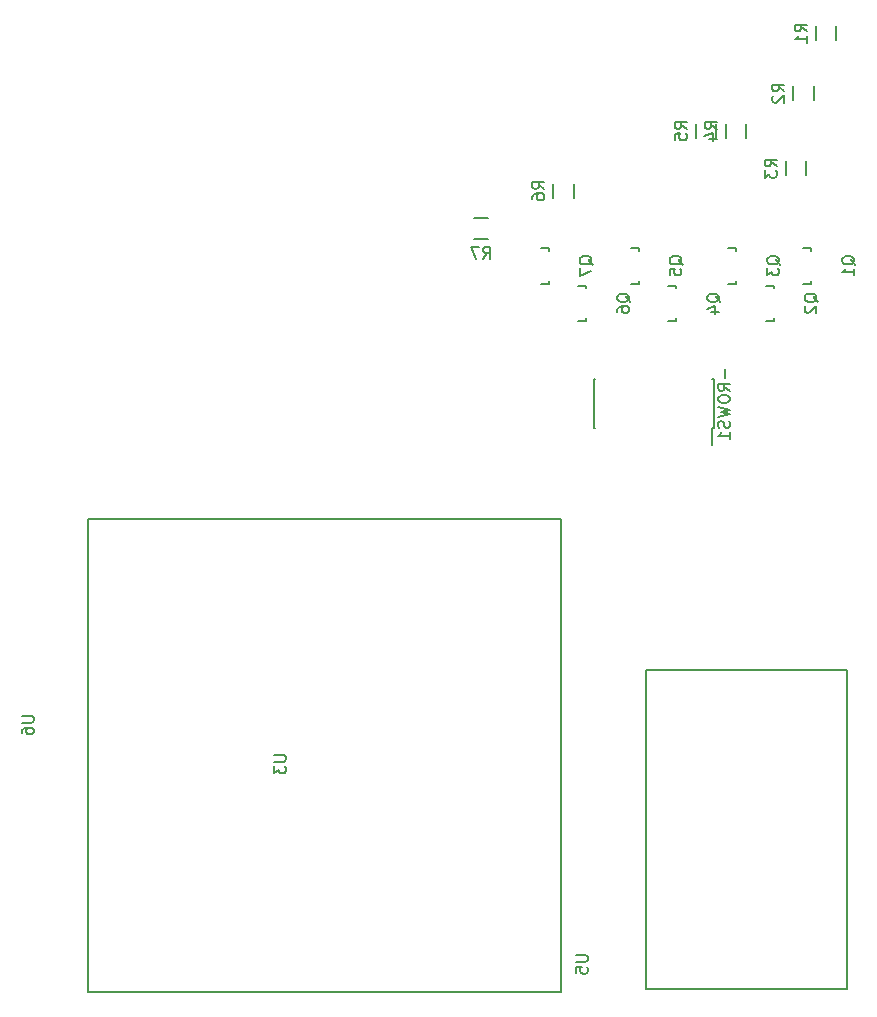
<source format=gbr>
G04 #@! TF.FileFunction,Legend,Bot*
%FSLAX46Y46*%
G04 Gerber Fmt 4.6, Leading zero omitted, Abs format (unit mm)*
G04 Created by KiCad (PCBNEW 4.0.2+dfsg1-stable) date Ne 28. apríl 2019, 22:46:11 CEST*
%MOMM*%
G01*
G04 APERTURE LIST*
%ADD10C,0.100000*%
%ADD11C,0.150000*%
G04 APERTURE END LIST*
D10*
D11*
X186295000Y-58385000D02*
X186295000Y-57185000D01*
X184545000Y-57185000D02*
X184545000Y-58385000D01*
X184390000Y-63465000D02*
X184390000Y-62265000D01*
X182640000Y-62265000D02*
X182640000Y-63465000D01*
X183755000Y-69815000D02*
X183755000Y-68615000D01*
X182005000Y-68615000D02*
X182005000Y-69815000D01*
X178675000Y-66640000D02*
X178675000Y-65440000D01*
X176925000Y-65440000D02*
X176925000Y-66640000D01*
X176135000Y-66640000D02*
X176135000Y-65440000D01*
X174385000Y-65440000D02*
X174385000Y-66640000D01*
X164070000Y-71720000D02*
X164070000Y-70520000D01*
X162320000Y-70520000D02*
X162320000Y-71720000D01*
X156810000Y-73420000D02*
X155610000Y-73420000D01*
X155610000Y-75170000D02*
X156810000Y-75170000D01*
X175890000Y-91229000D02*
X175785000Y-91229000D01*
X175890000Y-87079000D02*
X175785000Y-87079000D01*
X165740000Y-87079000D02*
X165845000Y-87079000D01*
X165740000Y-91229000D02*
X165845000Y-91229000D01*
X175890000Y-91229000D02*
X175890000Y-87079000D01*
X165740000Y-91229000D02*
X165740000Y-87079000D01*
X175785000Y-91229000D02*
X175785000Y-92604000D01*
X122936000Y-98938000D02*
X162936000Y-98938000D01*
X162936000Y-98938000D02*
X162936000Y-138838000D01*
X162936000Y-138838000D02*
X162936000Y-138938000D01*
X162936000Y-138938000D02*
X122936000Y-138938000D01*
X122936000Y-138938000D02*
X122936000Y-98938000D01*
X168859200Y-78969820D02*
X169560240Y-78969820D01*
X169560240Y-78969820D02*
X169560240Y-78720900D01*
X169560240Y-76170840D02*
X169560240Y-75970180D01*
X169560240Y-75970180D02*
X168859200Y-75970180D01*
X164414200Y-82144820D02*
X165115240Y-82144820D01*
X165115240Y-82144820D02*
X165115240Y-81895900D01*
X165115240Y-79345840D02*
X165115240Y-79145180D01*
X165115240Y-79145180D02*
X164414200Y-79145180D01*
X161239200Y-78969820D02*
X161940240Y-78969820D01*
X161940240Y-78969820D02*
X161940240Y-78720900D01*
X161940240Y-76170840D02*
X161940240Y-75970180D01*
X161940240Y-75970180D02*
X161239200Y-75970180D01*
X183464200Y-78969820D02*
X184165240Y-78969820D01*
X184165240Y-78969820D02*
X184165240Y-78720900D01*
X184165240Y-76170840D02*
X184165240Y-75970180D01*
X184165240Y-75970180D02*
X183464200Y-75970180D01*
X180289200Y-82144820D02*
X180990240Y-82144820D01*
X180990240Y-82144820D02*
X180990240Y-81895900D01*
X180990240Y-79345840D02*
X180990240Y-79145180D01*
X180990240Y-79145180D02*
X180289200Y-79145180D01*
X177114200Y-78969820D02*
X177815240Y-78969820D01*
X177815240Y-78969820D02*
X177815240Y-78720900D01*
X177815240Y-76170840D02*
X177815240Y-75970180D01*
X177815240Y-75970180D02*
X177114200Y-75970180D01*
X172034200Y-82144820D02*
X172735240Y-82144820D01*
X172735240Y-82144820D02*
X172735240Y-81895900D01*
X172735240Y-79345840D02*
X172735240Y-79145180D01*
X172735240Y-79145180D02*
X172034200Y-79145180D01*
X170180000Y-138684000D02*
X170180000Y-111684000D01*
X170180000Y-111684000D02*
X183180000Y-111684000D01*
X183180000Y-111684000D02*
X187180000Y-111684000D01*
X187180000Y-111684000D02*
X187180000Y-138684000D01*
X187180000Y-138684000D02*
X170180000Y-138684000D01*
X183772381Y-57618334D02*
X183296190Y-57285000D01*
X183772381Y-57046905D02*
X182772381Y-57046905D01*
X182772381Y-57427858D01*
X182820000Y-57523096D01*
X182867619Y-57570715D01*
X182962857Y-57618334D01*
X183105714Y-57618334D01*
X183200952Y-57570715D01*
X183248571Y-57523096D01*
X183296190Y-57427858D01*
X183296190Y-57046905D01*
X183772381Y-58570715D02*
X183772381Y-57999286D01*
X183772381Y-58285000D02*
X182772381Y-58285000D01*
X182915238Y-58189762D01*
X183010476Y-58094524D01*
X183058095Y-57999286D01*
X181867381Y-62698334D02*
X181391190Y-62365000D01*
X181867381Y-62126905D02*
X180867381Y-62126905D01*
X180867381Y-62507858D01*
X180915000Y-62603096D01*
X180962619Y-62650715D01*
X181057857Y-62698334D01*
X181200714Y-62698334D01*
X181295952Y-62650715D01*
X181343571Y-62603096D01*
X181391190Y-62507858D01*
X181391190Y-62126905D01*
X180962619Y-63079286D02*
X180915000Y-63126905D01*
X180867381Y-63222143D01*
X180867381Y-63460239D01*
X180915000Y-63555477D01*
X180962619Y-63603096D01*
X181057857Y-63650715D01*
X181153095Y-63650715D01*
X181295952Y-63603096D01*
X181867381Y-63031667D01*
X181867381Y-63650715D01*
X181232381Y-69048334D02*
X180756190Y-68715000D01*
X181232381Y-68476905D02*
X180232381Y-68476905D01*
X180232381Y-68857858D01*
X180280000Y-68953096D01*
X180327619Y-69000715D01*
X180422857Y-69048334D01*
X180565714Y-69048334D01*
X180660952Y-69000715D01*
X180708571Y-68953096D01*
X180756190Y-68857858D01*
X180756190Y-68476905D01*
X180232381Y-69381667D02*
X180232381Y-70000715D01*
X180613333Y-69667381D01*
X180613333Y-69810239D01*
X180660952Y-69905477D01*
X180708571Y-69953096D01*
X180803810Y-70000715D01*
X181041905Y-70000715D01*
X181137143Y-69953096D01*
X181184762Y-69905477D01*
X181232381Y-69810239D01*
X181232381Y-69524524D01*
X181184762Y-69429286D01*
X181137143Y-69381667D01*
X176152381Y-65873334D02*
X175676190Y-65540000D01*
X176152381Y-65301905D02*
X175152381Y-65301905D01*
X175152381Y-65682858D01*
X175200000Y-65778096D01*
X175247619Y-65825715D01*
X175342857Y-65873334D01*
X175485714Y-65873334D01*
X175580952Y-65825715D01*
X175628571Y-65778096D01*
X175676190Y-65682858D01*
X175676190Y-65301905D01*
X175485714Y-66730477D02*
X176152381Y-66730477D01*
X175104762Y-66492381D02*
X175819048Y-66254286D01*
X175819048Y-66873334D01*
X173612381Y-65873334D02*
X173136190Y-65540000D01*
X173612381Y-65301905D02*
X172612381Y-65301905D01*
X172612381Y-65682858D01*
X172660000Y-65778096D01*
X172707619Y-65825715D01*
X172802857Y-65873334D01*
X172945714Y-65873334D01*
X173040952Y-65825715D01*
X173088571Y-65778096D01*
X173136190Y-65682858D01*
X173136190Y-65301905D01*
X172612381Y-66778096D02*
X172612381Y-66301905D01*
X173088571Y-66254286D01*
X173040952Y-66301905D01*
X172993333Y-66397143D01*
X172993333Y-66635239D01*
X173040952Y-66730477D01*
X173088571Y-66778096D01*
X173183810Y-66825715D01*
X173421905Y-66825715D01*
X173517143Y-66778096D01*
X173564762Y-66730477D01*
X173612381Y-66635239D01*
X173612381Y-66397143D01*
X173564762Y-66301905D01*
X173517143Y-66254286D01*
X161547381Y-70953334D02*
X161071190Y-70620000D01*
X161547381Y-70381905D02*
X160547381Y-70381905D01*
X160547381Y-70762858D01*
X160595000Y-70858096D01*
X160642619Y-70905715D01*
X160737857Y-70953334D01*
X160880714Y-70953334D01*
X160975952Y-70905715D01*
X161023571Y-70858096D01*
X161071190Y-70762858D01*
X161071190Y-70381905D01*
X160547381Y-71810477D02*
X160547381Y-71620000D01*
X160595000Y-71524762D01*
X160642619Y-71477143D01*
X160785476Y-71381905D01*
X160975952Y-71334286D01*
X161356905Y-71334286D01*
X161452143Y-71381905D01*
X161499762Y-71429524D01*
X161547381Y-71524762D01*
X161547381Y-71715239D01*
X161499762Y-71810477D01*
X161452143Y-71858096D01*
X161356905Y-71905715D01*
X161118810Y-71905715D01*
X161023571Y-71858096D01*
X160975952Y-71810477D01*
X160928333Y-71715239D01*
X160928333Y-71524762D01*
X160975952Y-71429524D01*
X161023571Y-71381905D01*
X161118810Y-71334286D01*
X156376666Y-76847381D02*
X156710000Y-76371190D01*
X156948095Y-76847381D02*
X156948095Y-75847381D01*
X156567142Y-75847381D01*
X156471904Y-75895000D01*
X156424285Y-75942619D01*
X156376666Y-76037857D01*
X156376666Y-76180714D01*
X156424285Y-76275952D01*
X156471904Y-76323571D01*
X156567142Y-76371190D01*
X156948095Y-76371190D01*
X156043333Y-75847381D02*
X155376666Y-75847381D01*
X155805238Y-76847381D01*
X176886429Y-86225429D02*
X176886429Y-86987334D01*
X177267381Y-88034953D02*
X176791190Y-87701619D01*
X177267381Y-87463524D02*
X176267381Y-87463524D01*
X176267381Y-87844477D01*
X176315000Y-87939715D01*
X176362619Y-87987334D01*
X176457857Y-88034953D01*
X176600714Y-88034953D01*
X176695952Y-87987334D01*
X176743571Y-87939715D01*
X176791190Y-87844477D01*
X176791190Y-87463524D01*
X176267381Y-88654000D02*
X176267381Y-88844477D01*
X176315000Y-88939715D01*
X176410238Y-89034953D01*
X176600714Y-89082572D01*
X176934048Y-89082572D01*
X177124524Y-89034953D01*
X177219762Y-88939715D01*
X177267381Y-88844477D01*
X177267381Y-88654000D01*
X177219762Y-88558762D01*
X177124524Y-88463524D01*
X176934048Y-88415905D01*
X176600714Y-88415905D01*
X176410238Y-88463524D01*
X176315000Y-88558762D01*
X176267381Y-88654000D01*
X176267381Y-89415905D02*
X177267381Y-89654000D01*
X176553095Y-89844477D01*
X177267381Y-90034953D01*
X176267381Y-90273048D01*
X177219762Y-90606381D02*
X177267381Y-90749238D01*
X177267381Y-90987334D01*
X177219762Y-91082572D01*
X177172143Y-91130191D01*
X177076905Y-91177810D01*
X176981667Y-91177810D01*
X176886429Y-91130191D01*
X176838810Y-91082572D01*
X176791190Y-90987334D01*
X176743571Y-90796857D01*
X176695952Y-90701619D01*
X176648333Y-90654000D01*
X176553095Y-90606381D01*
X176457857Y-90606381D01*
X176362619Y-90654000D01*
X176315000Y-90701619D01*
X176267381Y-90796857D01*
X176267381Y-91034953D01*
X176315000Y-91177810D01*
X177267381Y-92130191D02*
X177267381Y-91558762D01*
X177267381Y-91844476D02*
X176267381Y-91844476D01*
X176410238Y-91749238D01*
X176505476Y-91654000D01*
X176553095Y-91558762D01*
X138688381Y-118876095D02*
X139497905Y-118876095D01*
X139593143Y-118923714D01*
X139640762Y-118971333D01*
X139688381Y-119066571D01*
X139688381Y-119257048D01*
X139640762Y-119352286D01*
X139593143Y-119399905D01*
X139497905Y-119447524D01*
X138688381Y-119447524D01*
X138688381Y-119828476D02*
X138688381Y-120447524D01*
X139069333Y-120114190D01*
X139069333Y-120257048D01*
X139116952Y-120352286D01*
X139164571Y-120399905D01*
X139259810Y-120447524D01*
X139497905Y-120447524D01*
X139593143Y-120399905D01*
X139640762Y-120352286D01*
X139688381Y-120257048D01*
X139688381Y-119971333D01*
X139640762Y-119876095D01*
X139593143Y-119828476D01*
X117316381Y-115570095D02*
X118125905Y-115570095D01*
X118221143Y-115617714D01*
X118268762Y-115665333D01*
X118316381Y-115760571D01*
X118316381Y-115951048D01*
X118268762Y-116046286D01*
X118221143Y-116093905D01*
X118125905Y-116141524D01*
X117316381Y-116141524D01*
X117316381Y-117046286D02*
X117316381Y-116855809D01*
X117364000Y-116760571D01*
X117411619Y-116712952D01*
X117554476Y-116617714D01*
X117744952Y-116570095D01*
X118125905Y-116570095D01*
X118221143Y-116617714D01*
X118268762Y-116665333D01*
X118316381Y-116760571D01*
X118316381Y-116951048D01*
X118268762Y-117046286D01*
X118221143Y-117093905D01*
X118125905Y-117141524D01*
X117887810Y-117141524D01*
X117792571Y-117093905D01*
X117744952Y-117046286D01*
X117697333Y-116951048D01*
X117697333Y-116760571D01*
X117744952Y-116665333D01*
X117792571Y-116617714D01*
X117887810Y-116570095D01*
X173267619Y-77374762D02*
X173220000Y-77279524D01*
X173124762Y-77184286D01*
X172981905Y-77041429D01*
X172934286Y-76946190D01*
X172934286Y-76850952D01*
X173172381Y-76898571D02*
X173124762Y-76803333D01*
X173029524Y-76708095D01*
X172839048Y-76660476D01*
X172505714Y-76660476D01*
X172315238Y-76708095D01*
X172220000Y-76803333D01*
X172172381Y-76898571D01*
X172172381Y-77089048D01*
X172220000Y-77184286D01*
X172315238Y-77279524D01*
X172505714Y-77327143D01*
X172839048Y-77327143D01*
X173029524Y-77279524D01*
X173124762Y-77184286D01*
X173172381Y-77089048D01*
X173172381Y-76898571D01*
X172172381Y-78231905D02*
X172172381Y-77755714D01*
X172648571Y-77708095D01*
X172600952Y-77755714D01*
X172553333Y-77850952D01*
X172553333Y-78089048D01*
X172600952Y-78184286D01*
X172648571Y-78231905D01*
X172743810Y-78279524D01*
X172981905Y-78279524D01*
X173077143Y-78231905D01*
X173124762Y-78184286D01*
X173172381Y-78089048D01*
X173172381Y-77850952D01*
X173124762Y-77755714D01*
X173077143Y-77708095D01*
X168822619Y-80549762D02*
X168775000Y-80454524D01*
X168679762Y-80359286D01*
X168536905Y-80216429D01*
X168489286Y-80121190D01*
X168489286Y-80025952D01*
X168727381Y-80073571D02*
X168679762Y-79978333D01*
X168584524Y-79883095D01*
X168394048Y-79835476D01*
X168060714Y-79835476D01*
X167870238Y-79883095D01*
X167775000Y-79978333D01*
X167727381Y-80073571D01*
X167727381Y-80264048D01*
X167775000Y-80359286D01*
X167870238Y-80454524D01*
X168060714Y-80502143D01*
X168394048Y-80502143D01*
X168584524Y-80454524D01*
X168679762Y-80359286D01*
X168727381Y-80264048D01*
X168727381Y-80073571D01*
X167727381Y-81359286D02*
X167727381Y-81168809D01*
X167775000Y-81073571D01*
X167822619Y-81025952D01*
X167965476Y-80930714D01*
X168155952Y-80883095D01*
X168536905Y-80883095D01*
X168632143Y-80930714D01*
X168679762Y-80978333D01*
X168727381Y-81073571D01*
X168727381Y-81264048D01*
X168679762Y-81359286D01*
X168632143Y-81406905D01*
X168536905Y-81454524D01*
X168298810Y-81454524D01*
X168203571Y-81406905D01*
X168155952Y-81359286D01*
X168108333Y-81264048D01*
X168108333Y-81073571D01*
X168155952Y-80978333D01*
X168203571Y-80930714D01*
X168298810Y-80883095D01*
X165647619Y-77374762D02*
X165600000Y-77279524D01*
X165504762Y-77184286D01*
X165361905Y-77041429D01*
X165314286Y-76946190D01*
X165314286Y-76850952D01*
X165552381Y-76898571D02*
X165504762Y-76803333D01*
X165409524Y-76708095D01*
X165219048Y-76660476D01*
X164885714Y-76660476D01*
X164695238Y-76708095D01*
X164600000Y-76803333D01*
X164552381Y-76898571D01*
X164552381Y-77089048D01*
X164600000Y-77184286D01*
X164695238Y-77279524D01*
X164885714Y-77327143D01*
X165219048Y-77327143D01*
X165409524Y-77279524D01*
X165504762Y-77184286D01*
X165552381Y-77089048D01*
X165552381Y-76898571D01*
X164552381Y-77660476D02*
X164552381Y-78327143D01*
X165552381Y-77898571D01*
X187872619Y-77374762D02*
X187825000Y-77279524D01*
X187729762Y-77184286D01*
X187586905Y-77041429D01*
X187539286Y-76946190D01*
X187539286Y-76850952D01*
X187777381Y-76898571D02*
X187729762Y-76803333D01*
X187634524Y-76708095D01*
X187444048Y-76660476D01*
X187110714Y-76660476D01*
X186920238Y-76708095D01*
X186825000Y-76803333D01*
X186777381Y-76898571D01*
X186777381Y-77089048D01*
X186825000Y-77184286D01*
X186920238Y-77279524D01*
X187110714Y-77327143D01*
X187444048Y-77327143D01*
X187634524Y-77279524D01*
X187729762Y-77184286D01*
X187777381Y-77089048D01*
X187777381Y-76898571D01*
X187777381Y-78279524D02*
X187777381Y-77708095D01*
X187777381Y-77993809D02*
X186777381Y-77993809D01*
X186920238Y-77898571D01*
X187015476Y-77803333D01*
X187063095Y-77708095D01*
X184697619Y-80549762D02*
X184650000Y-80454524D01*
X184554762Y-80359286D01*
X184411905Y-80216429D01*
X184364286Y-80121190D01*
X184364286Y-80025952D01*
X184602381Y-80073571D02*
X184554762Y-79978333D01*
X184459524Y-79883095D01*
X184269048Y-79835476D01*
X183935714Y-79835476D01*
X183745238Y-79883095D01*
X183650000Y-79978333D01*
X183602381Y-80073571D01*
X183602381Y-80264048D01*
X183650000Y-80359286D01*
X183745238Y-80454524D01*
X183935714Y-80502143D01*
X184269048Y-80502143D01*
X184459524Y-80454524D01*
X184554762Y-80359286D01*
X184602381Y-80264048D01*
X184602381Y-80073571D01*
X183697619Y-80883095D02*
X183650000Y-80930714D01*
X183602381Y-81025952D01*
X183602381Y-81264048D01*
X183650000Y-81359286D01*
X183697619Y-81406905D01*
X183792857Y-81454524D01*
X183888095Y-81454524D01*
X184030952Y-81406905D01*
X184602381Y-80835476D01*
X184602381Y-81454524D01*
X181522619Y-77374762D02*
X181475000Y-77279524D01*
X181379762Y-77184286D01*
X181236905Y-77041429D01*
X181189286Y-76946190D01*
X181189286Y-76850952D01*
X181427381Y-76898571D02*
X181379762Y-76803333D01*
X181284524Y-76708095D01*
X181094048Y-76660476D01*
X180760714Y-76660476D01*
X180570238Y-76708095D01*
X180475000Y-76803333D01*
X180427381Y-76898571D01*
X180427381Y-77089048D01*
X180475000Y-77184286D01*
X180570238Y-77279524D01*
X180760714Y-77327143D01*
X181094048Y-77327143D01*
X181284524Y-77279524D01*
X181379762Y-77184286D01*
X181427381Y-77089048D01*
X181427381Y-76898571D01*
X180427381Y-77660476D02*
X180427381Y-78279524D01*
X180808333Y-77946190D01*
X180808333Y-78089048D01*
X180855952Y-78184286D01*
X180903571Y-78231905D01*
X180998810Y-78279524D01*
X181236905Y-78279524D01*
X181332143Y-78231905D01*
X181379762Y-78184286D01*
X181427381Y-78089048D01*
X181427381Y-77803333D01*
X181379762Y-77708095D01*
X181332143Y-77660476D01*
X176442619Y-80549762D02*
X176395000Y-80454524D01*
X176299762Y-80359286D01*
X176156905Y-80216429D01*
X176109286Y-80121190D01*
X176109286Y-80025952D01*
X176347381Y-80073571D02*
X176299762Y-79978333D01*
X176204524Y-79883095D01*
X176014048Y-79835476D01*
X175680714Y-79835476D01*
X175490238Y-79883095D01*
X175395000Y-79978333D01*
X175347381Y-80073571D01*
X175347381Y-80264048D01*
X175395000Y-80359286D01*
X175490238Y-80454524D01*
X175680714Y-80502143D01*
X176014048Y-80502143D01*
X176204524Y-80454524D01*
X176299762Y-80359286D01*
X176347381Y-80264048D01*
X176347381Y-80073571D01*
X175680714Y-81359286D02*
X176347381Y-81359286D01*
X175299762Y-81121190D02*
X176014048Y-80883095D01*
X176014048Y-81502143D01*
X164232381Y-135822095D02*
X165041905Y-135822095D01*
X165137143Y-135869714D01*
X165184762Y-135917333D01*
X165232381Y-136012571D01*
X165232381Y-136203048D01*
X165184762Y-136298286D01*
X165137143Y-136345905D01*
X165041905Y-136393524D01*
X164232381Y-136393524D01*
X164232381Y-137345905D02*
X164232381Y-136869714D01*
X164708571Y-136822095D01*
X164660952Y-136869714D01*
X164613333Y-136964952D01*
X164613333Y-137203048D01*
X164660952Y-137298286D01*
X164708571Y-137345905D01*
X164803810Y-137393524D01*
X165041905Y-137393524D01*
X165137143Y-137345905D01*
X165184762Y-137298286D01*
X165232381Y-137203048D01*
X165232381Y-136964952D01*
X165184762Y-136869714D01*
X165137143Y-136822095D01*
M02*

</source>
